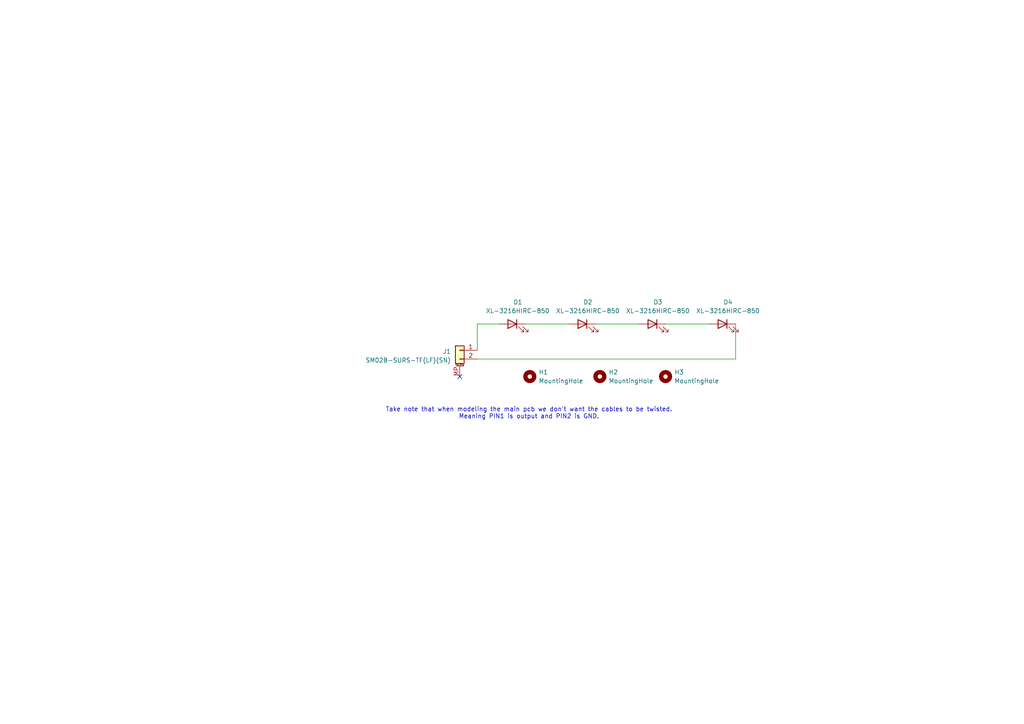
<source format=kicad_sch>
(kicad_sch (version 20231120) (generator "eeschema") (generator_version "8.0")
  (paper "A4")
  (lib_symbols
    (symbol "Connector_Generic_MountingPin:Conn_01x02_MountingPin" (pin_names (offset 1.016) hide)
      (property "Reference" "J" (at 0 2.54 0))
      (property "Value" "Conn_01x02_MountingPin" (at 1.27 -5.08 0))
      (symbol "Conn_01x02_MountingPin_1_1"
        (rectangle (start -1.27 -2.413) (end 0 -2.667) (stroke (width 0.1524)))
        (rectangle (start -1.27 0.127) (end 0 -0.127) (stroke (width 0.1524)))
        (rectangle (start -1.27 1.27) (end 1.27 -3.81) (stroke (width 0.254)) (fill (type background)))
        (polyline (pts (xy -1.016 -4.572) (xy 1.016 -4.572)) (stroke (width 0.1524)))
        (text "Mounting" (at 0 -4.191 0) (effects (font (size 0.381 0.381))))
        (pin passive line (at -5.08 0 0) (length 3.81) (name "Pin_1") (number "1"))
        (pin passive line (at -5.08 -2.54 0) (length 3.81) (name "Pin_2") (number "2"))
        (pin passive line (at 0 -7.62 90) (length 3.048) (name "MountPin") (number "MP"))
      )
    )
    (symbol "Device:LED" (pin_numbers hide) (pin_names (offset 1.016) hide)
      (property "Reference" "D" (at 0 2.54 0))
      (property "Value" "LED" (at 0 -2.54 0))
      (symbol "LED_0_1"
        (polyline (pts (xy -1.27 -1.27) (xy -1.27 1.27)) (stroke (width 0.254)))
        (polyline (pts (xy -1.27 0) (xy 1.27 0)))
        (polyline (pts (xy 1.27 -1.27) (xy 1.27 1.27) (xy -1.27 0) (xy 1.27 -1.27)) (stroke (width 0.254)))
        (polyline (pts (xy -3.048 -0.762) (xy -4.572 -2.286) (xy -3.81 -2.286) (xy -4.572 -2.286) (xy -4.572 -1.524)))
        (polyline (pts (xy -1.778 -0.762) (xy -3.302 -2.286) (xy -2.54 -2.286) (xy -3.302 -2.286) (xy -3.302 -1.524)))
      )
      (symbol "LED_1_1"
        (pin passive line (at -3.81 0 0) (length 2.54) (name "K") (number "1"))
        (pin passive line (at 3.81 0 180) (length 2.54) (name "A") (number "2"))
      )
    )
    (symbol "Mechanical:MountingHole" (pin_names (offset 1.016)) (exclude_from_sim yes) (in_bom no)
      (property "Reference" "H" (at 0 5.08 0))
      (property "Value" "MountingHole" (at 0 3.175 0))
      (symbol "MountingHole_0_1"
        (circle (center 0 0) (radius 1.27) (stroke (width 1.27)))
      )
    )
  )
  (no_connect (at 133.35 109.22))
  (wire (pts (xy 193.04 93.98) (xy 205.74 93.98)))
  (wire (pts (xy 152.4 93.98) (xy 165.1 93.98)))
  (wire (pts (xy 138.43 93.98) (xy 144.78 93.98)))
  (wire (pts (xy 138.43 104.14) (xy 213.36 104.14)))
  (wire (pts (xy 138.43 101.6) (xy 138.43 93.98)))
  (wire (pts (xy 172.72 93.98) (xy 185.42 93.98)))
  (wire (pts (xy 213.36 93.98) (xy 213.36 104.14)))
  (text "Take note that when modeling the main pcb we don't want the cables to be twisted.\nMeaning PIN1 is output and PIN2 is GND." (at 153.416 119.888 0) (effects (font (size 1.27 1.27))))
  (symbol (lib_id "Mechanical:MountingHole") (at 193.04 109.22 0) (unit 1) (exclude_from_sim yes) (in_bom no)
    (property "Reference" "H3" (at 195.58 107.9499 0) (effects (justify left)))
    (property "Value" "MountingHole" (at 195.58 110.4899 0) (effects (justify left)))
    (property "Footprint" "MountingHole:MountingHole_2mm" (effects (hide yes)))
    (property "Description" "Mounting Hole without connection" (effects (hide yes)))
  )
  (symbol (lib_id "Mechanical:MountingHole") (at 173.99 109.22 0) (unit 1) (exclude_from_sim yes) (in_bom no)
    (property "Reference" "H2" (at 176.53 107.9499 0) (effects (justify left)))
    (property "Value" "MountingHole" (at 176.53 110.4899 0) (effects (justify left)))
    (property "Footprint" "MountingHole:MountingHole_2mm" (effects (hide yes)))
    (property "Description" "Mounting Hole without connection" (effects (hide yes)))
  )
  (symbol (lib_id "Device:LED") (at 209.55 93.98 0) (mirror y) (unit 1)
    (property "Reference" "D4" (at 211.1375 87.63 0))
    (property "Value" "XL-3216HIRC-850" (at 211.1375 90.17 0))
    (property "Footprint" "LED_SMD:LED_1206_3216Metric" (effects (hide yes)))
    (property "Datasheet" "https://www.lcsc.com/datasheet/lcsc_datasheet_2211030000_XINGLIGHT-XL-3216HIRC-850_C965891.pdf" (effects (hide yes)))
    (property "Description" "Light emitting diode" (effects (hide yes)))
  )
  (symbol (lib_id "Connector_Generic_MountingPin:Conn_01x02_MountingPin") (at 133.35 101.6 0) (mirror y) (unit 1)
    (property "Reference" "J1" (at 130.81 101.9555 0) (effects (justify left)))
    (property "Value" "SM02B-SURS-TF(LF)(SN)" (at 130.81 104.4955 0) (effects (justify left)))
    (property "Footprint" "Connector_JST:JST_SUR_SM02B-SURS-TF_1x02-1MP_P0.80mm_Horizontal" (effects (hide yes)))
    (property "Datasheet" "https://wmsc.lcsc.com/wmsc/upload/file/pdf/v2/lcsc/1811061418_JST-SM03B-SURS-TF-LF-SN_C265338.pdf" (effects (hide yes)))
    (property "Description" "Generic connectable mounting pin connector, single row, 01x02, script generated (kicad-library-utils/schlib/autogen/connector/)" (effects (hide yes)))
  )
  (symbol (lib_id "Device:LED") (at 168.91 93.98 0) (mirror y) (unit 1)
    (property "Reference" "D2" (at 170.4975 87.63 0))
    (property "Value" "XL-3216HIRC-850" (at 170.4975 90.17 0))
    (property "Footprint" "LED_SMD:LED_1206_3216Metric" (effects (hide yes)))
    (property "Datasheet" "https://www.lcsc.com/datasheet/lcsc_datasheet_2211030000_XINGLIGHT-XL-3216HIRC-850_C965891.pdf" (effects (hide yes)))
    (property "Description" "Light emitting diode" (effects (hide yes)))
  )
  (symbol (lib_id "Device:LED") (at 148.59 93.98 0) (mirror y) (unit 1)
    (property "Reference" "D1" (at 150.1775 87.63 0))
    (property "Value" "XL-3216HIRC-850" (at 150.1775 90.17 0))
    (property "Footprint" "LED_SMD:LED_1206_3216Metric" (effects (hide yes)))
    (property "Datasheet" "https://www.lcsc.com/datasheet/lcsc_datasheet_2211030000_XINGLIGHT-XL-3216HIRC-850_C965891.pdf" (effects (hide yes)))
    (property "Description" "Light emitting diode" (effects (hide yes)))
  )
  (symbol (lib_id "Mechanical:MountingHole") (at 153.67 109.22 0) (unit 1) (exclude_from_sim yes) (in_bom no)
    (property "Reference" "H1" (at 156.21 107.9499 0) (effects (justify left)))
    (property "Value" "MountingHole" (at 156.21 110.4899 0) (effects (justify left)))
    (property "Footprint" "MountingHole:MountingHole_2mm" (effects (hide yes)))
    (property "Description" "Mounting Hole without connection" (effects (hide yes)))
  )
  (symbol (lib_id "Device:LED") (at 189.23 93.98 0) (mirror y) (unit 1)
    (property "Reference" "D3" (at 190.8175 87.63 0))
    (property "Value" "XL-3216HIRC-850" (at 190.8175 90.17 0))
    (property "Footprint" "LED_SMD:LED_1206_3216Metric" (effects (hide yes)))
    (property "Datasheet" "https://www.lcsc.com/datasheet/lcsc_datasheet_2211030000_XINGLIGHT-XL-3216HIRC-850_C965891.pdf" (effects (hide yes)))
    (property "Description" "Light emitting diode" (effects (hide yes)))
  )
)
</source>
